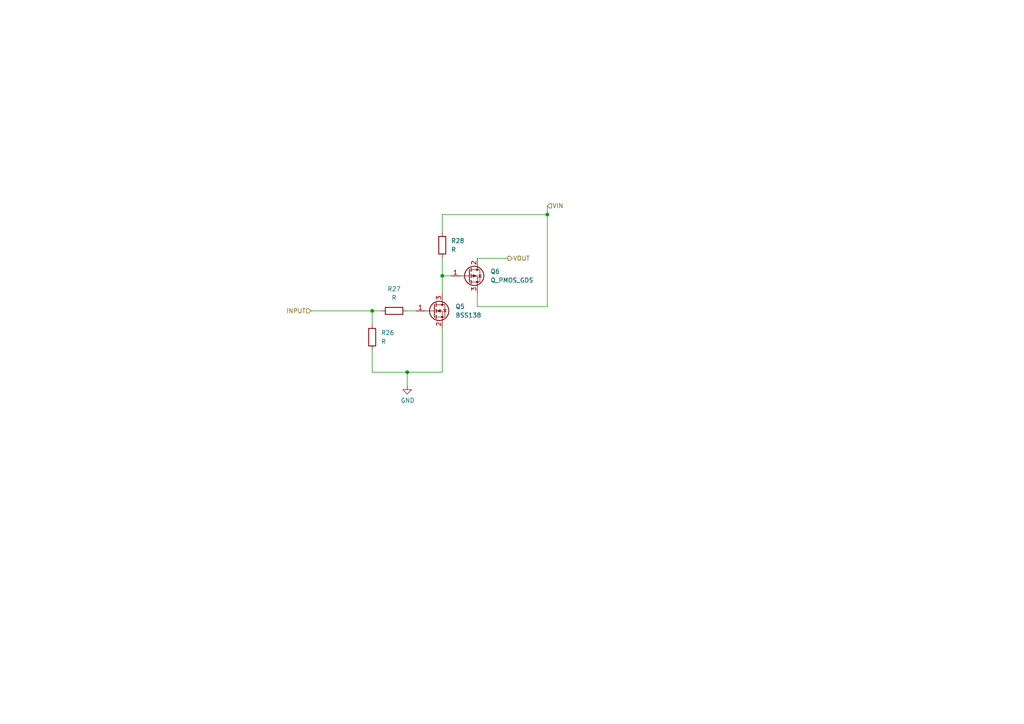
<source format=kicad_sch>
(kicad_sch (version 20211123) (generator eeschema)
  (paper "A4")
  (lib_symbols
    (symbol "Device:Q_PMOS_GDS" (pin_names (offset 0) hide)
      (property "Reference" "Q" (at 5.08 1.27 0))
      (property "Value" "Q_PMOS_GDS" (at 5.08 -1.27 0))
      (symbol "Q_PMOS_GDS_0_1"
        (polyline (pts (xy 0.254 0) (xy -2.54 0)))
        (polyline (pts (xy 0.254 1.905) (xy 0.254 -1.905)) (stroke (width 0.254)))
        (polyline (pts (xy 0.762 -1.27) (xy 0.762 -2.286)) (stroke (width 0.254)))
        (polyline (pts (xy 0.762 0.508) (xy 0.762 -0.508)) (stroke (width 0.254)))
        (polyline (pts (xy 0.762 2.286) (xy 0.762 1.27)) (stroke (width 0.254)))
        (polyline (pts (xy 2.54 2.54) (xy 2.54 1.778)))
        (polyline (pts (xy 2.54 -2.54) (xy 2.54 0) (xy 0.762 0)))
        (polyline (pts (xy 0.762 1.778) (xy 3.302 1.778) (xy 3.302 -1.778) (xy 0.762 -1.778)))
        (polyline (pts (xy 2.286 0) (xy 1.27 0.381) (xy 1.27 -0.381) (xy 2.286 0)) (fill (type outline)))
        (polyline (pts (xy 2.794 -0.508) (xy 2.921 -0.381) (xy 3.683 -0.381) (xy 3.81 -0.254)))
        (polyline (pts (xy 3.302 -0.381) (xy 2.921 0.254) (xy 3.683 0.254) (xy 3.302 -0.381)))
        (circle (center 1.651 0) (radius 2.794) (stroke (width 0.254)))
        (circle (center 2.54 -1.778) (radius 0.254) (fill (type outline)))
        (circle (center 2.54 1.778) (radius 0.254) (fill (type outline)))
      )
      (symbol "Q_PMOS_GDS_1_1"
        (pin input line (at -5.08 0 0) (length 2.54) (name "G") (number "1"))
        (pin passive line (at 2.54 5.08 270) (length 2.54) (name "D") (number "2"))
        (pin passive line (at 2.54 -5.08 90) (length 2.54) (name "S") (number "3"))
      )
    )
    (symbol "Device:R" (pin_numbers hide) (pin_names (offset 0))
      (property "Reference" "R" (at 2.032 0 90))
      (property "Value" "R" (at 0 0 90))
      (symbol "R_0_1"
        (rectangle (start -1.016 -2.54) (end 1.016 2.54) (stroke (width 0.254)))
      )
      (symbol "R_1_1"
        (pin passive line (at 0 3.81 270) (length 1.27) (name "~") (number "1"))
        (pin passive line (at 0 -3.81 90) (length 1.27) (name "~") (number "2"))
      )
    )
    (symbol "Transistor_FET:BSS138" (pin_names hide)
      (property "Reference" "Q" (at 5.08 1.905 0))
      (property "Value" "BSS138" (at 5.08 0 0))
      (symbol "BSS138_0_1"
        (polyline (pts (xy 0.254 0) (xy -2.54 0)))
        (polyline (pts (xy 0.254 1.905) (xy 0.254 -1.905)) (stroke (width 0.254)))
        (polyline (pts (xy 0.762 -1.27) (xy 0.762 -2.286)) (stroke (width 0.254)))
        (polyline (pts (xy 0.762 0.508) (xy 0.762 -0.508)) (stroke (width 0.254)))
        (polyline (pts (xy 0.762 2.286) (xy 0.762 1.27)) (stroke (width 0.254)))
        (polyline (pts (xy 2.54 2.54) (xy 2.54 1.778)))
        (polyline (pts (xy 2.54 -2.54) (xy 2.54 0) (xy 0.762 0)))
        (polyline (pts (xy 0.762 -1.778) (xy 3.302 -1.778) (xy 3.302 1.778) (xy 0.762 1.778)))
        (polyline (pts (xy 1.016 0) (xy 2.032 0.381) (xy 2.032 -0.381) (xy 1.016 0)) (fill (type outline)))
        (polyline (pts (xy 2.794 0.508) (xy 2.921 0.381) (xy 3.683 0.381) (xy 3.81 0.254)))
        (polyline (pts (xy 3.302 0.381) (xy 2.921 -0.254) (xy 3.683 -0.254) (xy 3.302 0.381)))
        (circle (center 1.651 0) (radius 2.794) (stroke (width 0.254)))
        (circle (center 2.54 -1.778) (radius 0.254) (fill (type outline)))
        (circle (center 2.54 1.778) (radius 0.254) (fill (type outline)))
      )
      (symbol "BSS138_1_1"
        (pin input line (at -5.08 0 0) (length 2.54) (name "G") (number "1"))
        (pin passive line (at 2.54 -5.08 90) (length 2.54) (name "S") (number "2"))
        (pin passive line (at 2.54 5.08 270) (length 2.54) (name "D") (number "3"))
      )
    )
    (symbol "power:GND" (power) (pin_names (offset 0))
      (property "Value" "GND" (at 0 -3.81 0))
      (symbol "GND_0_1"
        (polyline (pts (xy 0 0) (xy 0 -1.27) (xy 1.27 -1.27) (xy 0 -2.54) (xy -1.27 -1.27) (xy 0 -1.27)))
      )
      (symbol "GND_1_1"
        (pin power_in line (at 0 0 270) (length 0) hide (name "GND") (number "1"))
      )
    )
  )
  (junction (at 128.27 80.01))
  (junction (at 158.75 62.23))
  (junction (at 118.11 107.95))
  (junction (at 107.95 90.17))
  (wire (pts (xy 128.27 74.93) (xy 128.27 80.01)))
  (wire (pts (xy 118.11 90.17) (xy 120.65 90.17)))
  (wire (pts (xy 128.27 107.95) (xy 128.27 95.25)))
  (wire (pts (xy 90.17 90.17) (xy 107.95 90.17)))
  (wire (pts (xy 110.49 90.17) (xy 107.95 90.17)))
  (wire (pts (xy 118.11 107.95) (xy 128.27 107.95)))
  (wire (pts (xy 138.43 85.09) (xy 138.43 88.9)))
  (wire (pts (xy 158.75 62.23) (xy 158.75 59.69)))
  (wire (pts (xy 147.32 74.93) (xy 138.43 74.93)))
  (wire (pts (xy 138.43 88.9) (xy 158.75 88.9)))
  (wire (pts (xy 107.95 90.17) (xy 107.95 93.98)))
  (wire (pts (xy 107.95 101.6) (xy 107.95 107.95)))
  (wire (pts (xy 118.11 107.95) (xy 118.11 111.76)))
  (wire (pts (xy 107.95 107.95) (xy 118.11 107.95)))
  (wire (pts (xy 130.81 80.01) (xy 128.27 80.01)))
  (wire (pts (xy 158.75 88.9) (xy 158.75 62.23)))
  (wire (pts (xy 128.27 80.01) (xy 128.27 85.09)))
  (wire (pts (xy 128.27 67.31) (xy 128.27 62.23)))
  (wire (pts (xy 128.27 62.23) (xy 158.75 62.23)))
  (hierarchical_label "VOUT" (shape output) (at 147.32 74.93 0))
  (hierarchical_label "VIN" (shape input) (at 158.75 59.69 0))
  (hierarchical_label "INPUT" (shape input) (at 90.17 90.17 180))
  (symbol (lib_id "Device:R") (at 107.95 97.79 0)
    (property "Reference" "R26" (at 110.49 96.5199 0) (effects (justify left)))
    (property "Value" "R" (at 110.49 99.0599 0) (effects (justify left)))
    (property "Footprint" "Resistor_SMD:R_0805_2012Metric" (effects hide))
  )
  (symbol (lib_id "Device:R") (at 114.3 90.17 90)
    (property "Reference" "R27" (at 114.3 83.82 90))
    (property "Value" "R" (at 114.3 86.36 90))
    (property "Footprint" "Resistor_SMD:R_0805_2012Metric" (effects hide))
  )
  (symbol (lib_id "power:GND") (at 118.11 111.76 0)
    (property "Reference" "#PWR0126" (effects hide))
    (property "Value" "GND" (at 118.237 116.1542 0))
  )
  (symbol (lib_id "Device:Q_PMOS_GDS") (at 135.89 80.01 0)
    (property "Reference" "Q6" (at 142.24 78.7399 0) (effects (justify left)))
    (property "Value" "Q_PMOS_GDS" (at 142.24 81.2799 0) (effects (justify left)))
    (property "Footprint" "Package_TO_SOT_SMD:TO-252-2" (effects hide))
  )
  (symbol (lib_id "Transistor_FET:BSS138") (at 125.73 90.17 0)
    (property "Reference" "Q5" (at 132.08 88.8999 0) (effects (justify left)))
    (property "Value" "BSS138" (at 132.08 91.4399 0) (effects (justify left)))
    (property "Footprint" "Package_TO_SOT_SMD:SOT-23" (effects hide))
    (property "Datasheet" "https://www.onsemi.com/pub/Collateral/BSS138-D.PDF" (effects hide))
  )
  (symbol (lib_id "Device:R") (at 128.27 71.12 0)
    (property "Reference" "R28" (at 130.81 69.8499 0) (effects (justify left)))
    (property "Value" "R" (at 130.81 72.3899 0) (effects (justify left)))
    (property "Footprint" "Resistor_SMD:R_0805_2012Metric" (effects hide))
  )
)
</source>
